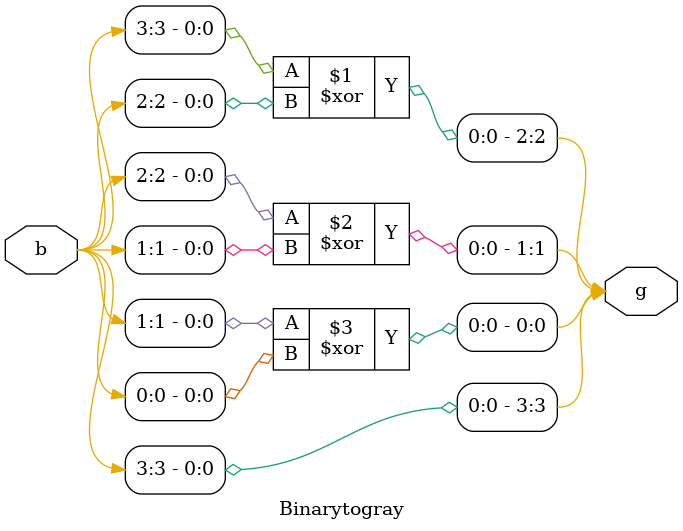
<source format=v>
`timescale 1ns / 1ps
module Binarytogray(b,g);
input [3:0]b;
output [3:0]g;
assign g[3]=b[3];
assign g[2]=b[3]^b[2];
assign g[1]=b[2]^b[1];
assign g[0]=b[1]^b[0];
endmodule

</source>
